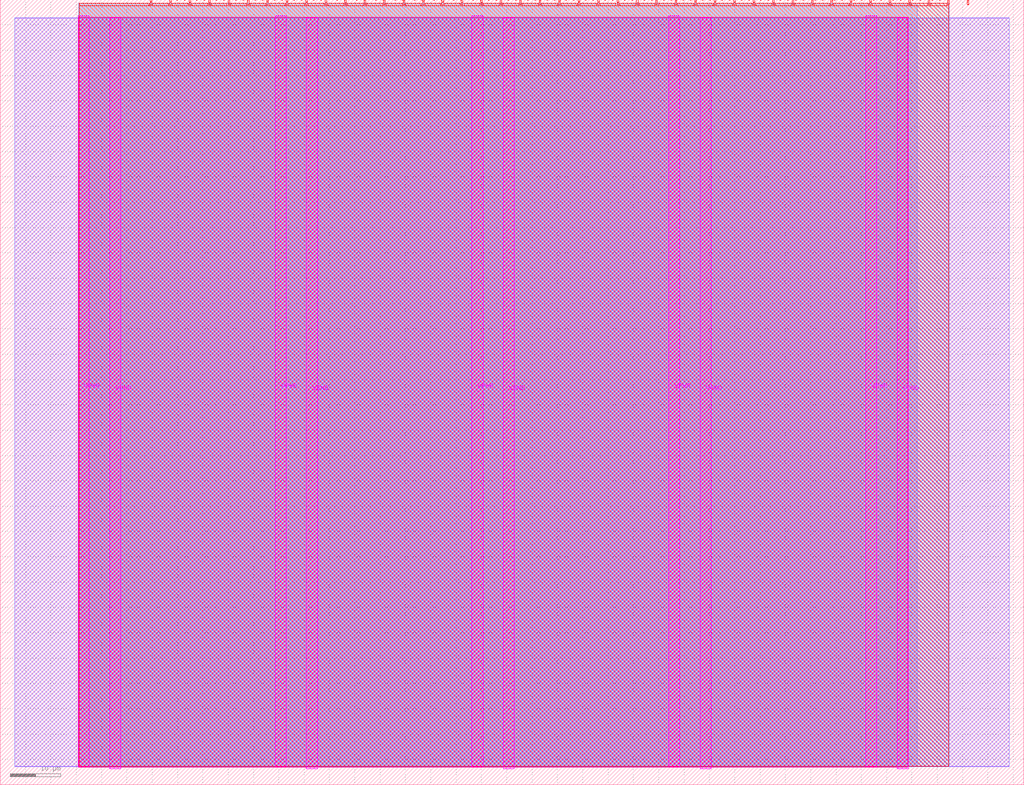
<source format=lef>
VERSION 5.7 ;
  NOWIREEXTENSIONATPIN ON ;
  DIVIDERCHAR "/" ;
  BUSBITCHARS "[]" ;
MACRO tt_um_wokwi_453110263532536833
  CLASS BLOCK ;
  FOREIGN tt_um_wokwi_453110263532536833 ;
  ORIGIN 0.000 0.000 ;
  SIZE 202.080 BY 154.980 ;
  PIN VGND
    DIRECTION INOUT ;
    USE GROUND ;
    PORT
      LAYER TopMetal1 ;
        RECT 21.580 3.150 23.780 151.420 ;
    END
    PORT
      LAYER TopMetal1 ;
        RECT 60.450 3.150 62.650 151.420 ;
    END
    PORT
      LAYER TopMetal1 ;
        RECT 99.320 3.150 101.520 151.420 ;
    END
    PORT
      LAYER TopMetal1 ;
        RECT 138.190 3.150 140.390 151.420 ;
    END
    PORT
      LAYER TopMetal1 ;
        RECT 177.060 3.150 179.260 151.420 ;
    END
  END VGND
  PIN VPWR
    DIRECTION INOUT ;
    USE POWER ;
    PORT
      LAYER TopMetal1 ;
        RECT 15.380 3.560 17.580 151.830 ;
    END
    PORT
      LAYER TopMetal1 ;
        RECT 54.250 3.560 56.450 151.830 ;
    END
    PORT
      LAYER TopMetal1 ;
        RECT 93.120 3.560 95.320 151.830 ;
    END
    PORT
      LAYER TopMetal1 ;
        RECT 131.990 3.560 134.190 151.830 ;
    END
    PORT
      LAYER TopMetal1 ;
        RECT 170.860 3.560 173.060 151.830 ;
    END
  END VPWR
  PIN clk
    DIRECTION INPUT ;
    USE SIGNAL ;
    ANTENNAGATEAREA 0.192400 ;
    PORT
      LAYER Metal4 ;
        RECT 187.050 153.980 187.350 154.980 ;
    END
  END clk
  PIN ena
    DIRECTION INPUT ;
    USE SIGNAL ;
    PORT
      LAYER Metal4 ;
        RECT 190.890 153.980 191.190 154.980 ;
    END
  END ena
  PIN rst_n
    DIRECTION INPUT ;
    USE SIGNAL ;
    PORT
      LAYER Metal4 ;
        RECT 183.210 153.980 183.510 154.980 ;
    END
  END rst_n
  PIN ui_in[0]
    DIRECTION INPUT ;
    USE SIGNAL ;
    ANTENNAGATEAREA 0.180700 ;
    PORT
      LAYER Metal4 ;
        RECT 179.370 153.980 179.670 154.980 ;
    END
  END ui_in[0]
  PIN ui_in[1]
    DIRECTION INPUT ;
    USE SIGNAL ;
    ANTENNAGATEAREA 0.180700 ;
    PORT
      LAYER Metal4 ;
        RECT 175.530 153.980 175.830 154.980 ;
    END
  END ui_in[1]
  PIN ui_in[2]
    DIRECTION INPUT ;
    USE SIGNAL ;
    ANTENNAGATEAREA 0.180700 ;
    PORT
      LAYER Metal4 ;
        RECT 171.690 153.980 171.990 154.980 ;
    END
  END ui_in[2]
  PIN ui_in[3]
    DIRECTION INPUT ;
    USE SIGNAL ;
    ANTENNAGATEAREA 0.180700 ;
    PORT
      LAYER Metal4 ;
        RECT 167.850 153.980 168.150 154.980 ;
    END
  END ui_in[3]
  PIN ui_in[4]
    DIRECTION INPUT ;
    USE SIGNAL ;
    ANTENNAGATEAREA 0.180700 ;
    PORT
      LAYER Metal4 ;
        RECT 164.010 153.980 164.310 154.980 ;
    END
  END ui_in[4]
  PIN ui_in[5]
    DIRECTION INPUT ;
    USE SIGNAL ;
    ANTENNAGATEAREA 0.180700 ;
    PORT
      LAYER Metal4 ;
        RECT 160.170 153.980 160.470 154.980 ;
    END
  END ui_in[5]
  PIN ui_in[6]
    DIRECTION INPUT ;
    USE SIGNAL ;
    ANTENNAGATEAREA 0.180700 ;
    PORT
      LAYER Metal4 ;
        RECT 156.330 153.980 156.630 154.980 ;
    END
  END ui_in[6]
  PIN ui_in[7]
    DIRECTION INPUT ;
    USE SIGNAL ;
    ANTENNAGATEAREA 0.180700 ;
    PORT
      LAYER Metal4 ;
        RECT 152.490 153.980 152.790 154.980 ;
    END
  END ui_in[7]
  PIN uio_in[0]
    DIRECTION INPUT ;
    USE SIGNAL ;
    PORT
      LAYER Metal4 ;
        RECT 148.650 153.980 148.950 154.980 ;
    END
  END uio_in[0]
  PIN uio_in[1]
    DIRECTION INPUT ;
    USE SIGNAL ;
    PORT
      LAYER Metal4 ;
        RECT 144.810 153.980 145.110 154.980 ;
    END
  END uio_in[1]
  PIN uio_in[2]
    DIRECTION INPUT ;
    USE SIGNAL ;
    PORT
      LAYER Metal4 ;
        RECT 140.970 153.980 141.270 154.980 ;
    END
  END uio_in[2]
  PIN uio_in[3]
    DIRECTION INPUT ;
    USE SIGNAL ;
    PORT
      LAYER Metal4 ;
        RECT 137.130 153.980 137.430 154.980 ;
    END
  END uio_in[3]
  PIN uio_in[4]
    DIRECTION INPUT ;
    USE SIGNAL ;
    PORT
      LAYER Metal4 ;
        RECT 133.290 153.980 133.590 154.980 ;
    END
  END uio_in[4]
  PIN uio_in[5]
    DIRECTION INPUT ;
    USE SIGNAL ;
    PORT
      LAYER Metal4 ;
        RECT 129.450 153.980 129.750 154.980 ;
    END
  END uio_in[5]
  PIN uio_in[6]
    DIRECTION INPUT ;
    USE SIGNAL ;
    PORT
      LAYER Metal4 ;
        RECT 125.610 153.980 125.910 154.980 ;
    END
  END uio_in[6]
  PIN uio_in[7]
    DIRECTION INPUT ;
    USE SIGNAL ;
    PORT
      LAYER Metal4 ;
        RECT 121.770 153.980 122.070 154.980 ;
    END
  END uio_in[7]
  PIN uio_oe[0]
    DIRECTION OUTPUT ;
    USE SIGNAL ;
    ANTENNADIFFAREA 0.299200 ;
    PORT
      LAYER Metal4 ;
        RECT 56.490 153.980 56.790 154.980 ;
    END
  END uio_oe[0]
  PIN uio_oe[1]
    DIRECTION OUTPUT ;
    USE SIGNAL ;
    ANTENNADIFFAREA 0.299200 ;
    PORT
      LAYER Metal4 ;
        RECT 52.650 153.980 52.950 154.980 ;
    END
  END uio_oe[1]
  PIN uio_oe[2]
    DIRECTION OUTPUT ;
    USE SIGNAL ;
    ANTENNADIFFAREA 0.299200 ;
    PORT
      LAYER Metal4 ;
        RECT 48.810 153.980 49.110 154.980 ;
    END
  END uio_oe[2]
  PIN uio_oe[3]
    DIRECTION OUTPUT ;
    USE SIGNAL ;
    ANTENNADIFFAREA 0.299200 ;
    PORT
      LAYER Metal4 ;
        RECT 44.970 153.980 45.270 154.980 ;
    END
  END uio_oe[3]
  PIN uio_oe[4]
    DIRECTION OUTPUT ;
    USE SIGNAL ;
    ANTENNADIFFAREA 0.299200 ;
    PORT
      LAYER Metal4 ;
        RECT 41.130 153.980 41.430 154.980 ;
    END
  END uio_oe[4]
  PIN uio_oe[5]
    DIRECTION OUTPUT ;
    USE SIGNAL ;
    ANTENNADIFFAREA 0.299200 ;
    PORT
      LAYER Metal4 ;
        RECT 37.290 153.980 37.590 154.980 ;
    END
  END uio_oe[5]
  PIN uio_oe[6]
    DIRECTION OUTPUT ;
    USE SIGNAL ;
    ANTENNADIFFAREA 0.299200 ;
    PORT
      LAYER Metal4 ;
        RECT 33.450 153.980 33.750 154.980 ;
    END
  END uio_oe[6]
  PIN uio_oe[7]
    DIRECTION OUTPUT ;
    USE SIGNAL ;
    ANTENNADIFFAREA 0.299200 ;
    PORT
      LAYER Metal4 ;
        RECT 29.610 153.980 29.910 154.980 ;
    END
  END uio_oe[7]
  PIN uio_out[0]
    DIRECTION OUTPUT ;
    USE SIGNAL ;
    ANTENNADIFFAREA 0.299200 ;
    PORT
      LAYER Metal4 ;
        RECT 87.210 153.980 87.510 154.980 ;
    END
  END uio_out[0]
  PIN uio_out[1]
    DIRECTION OUTPUT ;
    USE SIGNAL ;
    ANTENNADIFFAREA 0.299200 ;
    PORT
      LAYER Metal4 ;
        RECT 83.370 153.980 83.670 154.980 ;
    END
  END uio_out[1]
  PIN uio_out[2]
    DIRECTION OUTPUT ;
    USE SIGNAL ;
    ANTENNADIFFAREA 0.299200 ;
    PORT
      LAYER Metal4 ;
        RECT 79.530 153.980 79.830 154.980 ;
    END
  END uio_out[2]
  PIN uio_out[3]
    DIRECTION OUTPUT ;
    USE SIGNAL ;
    ANTENNADIFFAREA 0.299200 ;
    PORT
      LAYER Metal4 ;
        RECT 75.690 153.980 75.990 154.980 ;
    END
  END uio_out[3]
  PIN uio_out[4]
    DIRECTION OUTPUT ;
    USE SIGNAL ;
    ANTENNADIFFAREA 0.299200 ;
    PORT
      LAYER Metal4 ;
        RECT 71.850 153.980 72.150 154.980 ;
    END
  END uio_out[4]
  PIN uio_out[5]
    DIRECTION OUTPUT ;
    USE SIGNAL ;
    ANTENNADIFFAREA 0.299200 ;
    PORT
      LAYER Metal4 ;
        RECT 68.010 153.980 68.310 154.980 ;
    END
  END uio_out[5]
  PIN uio_out[6]
    DIRECTION OUTPUT ;
    USE SIGNAL ;
    ANTENNADIFFAREA 0.299200 ;
    PORT
      LAYER Metal4 ;
        RECT 64.170 153.980 64.470 154.980 ;
    END
  END uio_out[6]
  PIN uio_out[7]
    DIRECTION OUTPUT ;
    USE SIGNAL ;
    ANTENNADIFFAREA 0.299200 ;
    PORT
      LAYER Metal4 ;
        RECT 60.330 153.980 60.630 154.980 ;
    END
  END uio_out[7]
  PIN uo_out[0]
    DIRECTION OUTPUT ;
    USE SIGNAL ;
    ANTENNADIFFAREA 0.708600 ;
    PORT
      LAYER Metal4 ;
        RECT 117.930 153.980 118.230 154.980 ;
    END
  END uo_out[0]
  PIN uo_out[1]
    DIRECTION OUTPUT ;
    USE SIGNAL ;
    ANTENNADIFFAREA 0.708600 ;
    PORT
      LAYER Metal4 ;
        RECT 114.090 153.980 114.390 154.980 ;
    END
  END uo_out[1]
  PIN uo_out[2]
    DIRECTION OUTPUT ;
    USE SIGNAL ;
    ANTENNADIFFAREA 0.708600 ;
    PORT
      LAYER Metal4 ;
        RECT 110.250 153.980 110.550 154.980 ;
    END
  END uo_out[2]
  PIN uo_out[3]
    DIRECTION OUTPUT ;
    USE SIGNAL ;
    ANTENNADIFFAREA 0.708600 ;
    PORT
      LAYER Metal4 ;
        RECT 106.410 153.980 106.710 154.980 ;
    END
  END uo_out[3]
  PIN uo_out[4]
    DIRECTION OUTPUT ;
    USE SIGNAL ;
    ANTENNADIFFAREA 0.708600 ;
    PORT
      LAYER Metal4 ;
        RECT 102.570 153.980 102.870 154.980 ;
    END
  END uo_out[4]
  PIN uo_out[5]
    DIRECTION OUTPUT ;
    USE SIGNAL ;
    ANTENNADIFFAREA 0.708600 ;
    PORT
      LAYER Metal4 ;
        RECT 98.730 153.980 99.030 154.980 ;
    END
  END uo_out[5]
  PIN uo_out[6]
    DIRECTION OUTPUT ;
    USE SIGNAL ;
    ANTENNADIFFAREA 0.708600 ;
    PORT
      LAYER Metal4 ;
        RECT 94.890 153.980 95.190 154.980 ;
    END
  END uo_out[6]
  PIN uo_out[7]
    DIRECTION OUTPUT ;
    USE SIGNAL ;
    ANTENNADIFFAREA 0.708600 ;
    PORT
      LAYER Metal4 ;
        RECT 91.050 153.980 91.350 154.980 ;
    END
  END uo_out[7]
  OBS
      LAYER GatPoly ;
        RECT 2.880 3.630 199.200 151.350 ;
      LAYER Metal1 ;
        RECT 2.880 3.560 199.200 151.420 ;
      LAYER Metal2 ;
        RECT 15.560 3.635 181.065 154.285 ;
      LAYER Metal3 ;
        RECT 15.515 3.680 187.345 154.240 ;
      LAYER Metal4 ;
        RECT 15.560 153.770 29.400 154.240 ;
        RECT 30.120 153.770 33.240 154.240 ;
        RECT 33.960 153.770 37.080 154.240 ;
        RECT 37.800 153.770 40.920 154.240 ;
        RECT 41.640 153.770 44.760 154.240 ;
        RECT 45.480 153.770 48.600 154.240 ;
        RECT 49.320 153.770 52.440 154.240 ;
        RECT 53.160 153.770 56.280 154.240 ;
        RECT 57.000 153.770 60.120 154.240 ;
        RECT 60.840 153.770 63.960 154.240 ;
        RECT 64.680 153.770 67.800 154.240 ;
        RECT 68.520 153.770 71.640 154.240 ;
        RECT 72.360 153.770 75.480 154.240 ;
        RECT 76.200 153.770 79.320 154.240 ;
        RECT 80.040 153.770 83.160 154.240 ;
        RECT 83.880 153.770 87.000 154.240 ;
        RECT 87.720 153.770 90.840 154.240 ;
        RECT 91.560 153.770 94.680 154.240 ;
        RECT 95.400 153.770 98.520 154.240 ;
        RECT 99.240 153.770 102.360 154.240 ;
        RECT 103.080 153.770 106.200 154.240 ;
        RECT 106.920 153.770 110.040 154.240 ;
        RECT 110.760 153.770 113.880 154.240 ;
        RECT 114.600 153.770 117.720 154.240 ;
        RECT 118.440 153.770 121.560 154.240 ;
        RECT 122.280 153.770 125.400 154.240 ;
        RECT 126.120 153.770 129.240 154.240 ;
        RECT 129.960 153.770 133.080 154.240 ;
        RECT 133.800 153.770 136.920 154.240 ;
        RECT 137.640 153.770 140.760 154.240 ;
        RECT 141.480 153.770 144.600 154.240 ;
        RECT 145.320 153.770 148.440 154.240 ;
        RECT 149.160 153.770 152.280 154.240 ;
        RECT 153.000 153.770 156.120 154.240 ;
        RECT 156.840 153.770 159.960 154.240 ;
        RECT 160.680 153.770 163.800 154.240 ;
        RECT 164.520 153.770 167.640 154.240 ;
        RECT 168.360 153.770 171.480 154.240 ;
        RECT 172.200 153.770 175.320 154.240 ;
        RECT 176.040 153.770 179.160 154.240 ;
        RECT 179.880 153.770 183.000 154.240 ;
        RECT 183.720 153.770 186.840 154.240 ;
        RECT 15.560 3.635 187.300 153.770 ;
      LAYER Metal5 ;
        RECT 15.515 3.470 179.125 151.510 ;
  END
END tt_um_wokwi_453110263532536833
END LIBRARY


</source>
